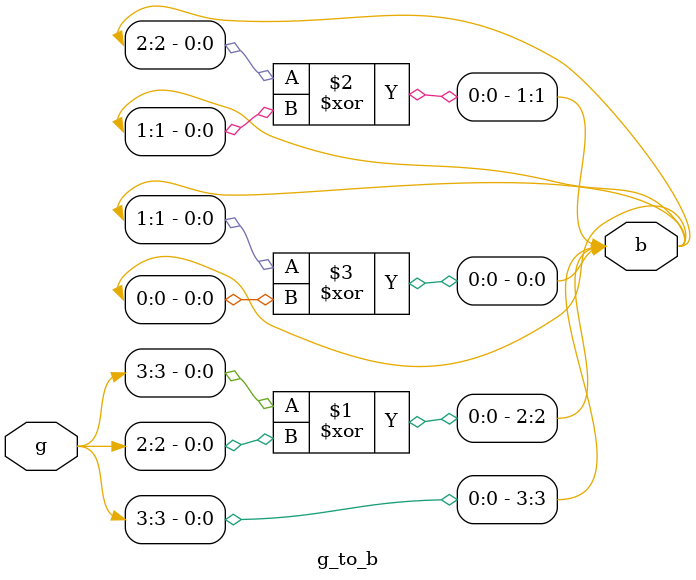
<source format=v>
module g_to_b(input [3:0]g,output [3:0]b);
assign b[3]=g[3];
assign b[2]=b[3]^g[2];
assign b[1]=b[2]^b[1];
assign b[0]=b[1]^b[0];
endmodule 
</source>
